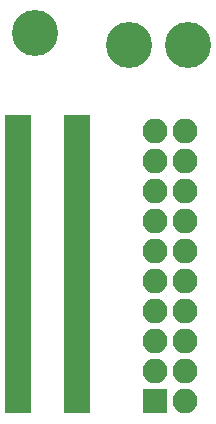
<source format=gbr>
G04 #@! TF.FileFunction,Soldermask,Top*
%FSLAX46Y46*%
G04 Gerber Fmt 4.6, Leading zero omitted, Abs format (unit mm)*
G04 Created by KiCad (PCBNEW 4.0.6) date 06/16/19 22:16:32*
%MOMM*%
%LPD*%
G01*
G04 APERTURE LIST*
%ADD10C,0.100000*%
%ADD11R,2.200000X0.640000*%
%ADD12C,3.900000*%
%ADD13R,2.100000X2.100000*%
%ADD14O,2.100000X2.100000*%
G04 APERTURE END LIST*
D10*
D11*
X170250000Y-117550000D03*
X175250000Y-117550000D03*
X170250000Y-117050000D03*
X175250000Y-117050000D03*
X170250000Y-116550000D03*
X175250000Y-116550000D03*
X170250000Y-116050000D03*
X175250000Y-116050000D03*
X170250000Y-115550000D03*
X175250000Y-115550000D03*
X170250000Y-115050000D03*
X175250000Y-115050000D03*
X170250000Y-114550000D03*
X175250000Y-114550000D03*
X170250000Y-114050000D03*
X175250000Y-114050000D03*
X170250000Y-113550000D03*
X175250000Y-113550000D03*
X170250000Y-113050000D03*
X175250000Y-113050000D03*
X170250000Y-112550000D03*
X175250000Y-112550000D03*
X170250000Y-112050000D03*
X175250000Y-112050000D03*
X170250000Y-111550000D03*
X175250000Y-111550000D03*
X170250000Y-111050000D03*
X175250000Y-111050000D03*
X170250000Y-110550000D03*
X175250000Y-110550000D03*
X170250000Y-110050000D03*
X175250000Y-110050000D03*
X170250000Y-109550000D03*
X175250000Y-109550000D03*
X170250000Y-109050000D03*
X175250000Y-109050000D03*
X170250000Y-108550000D03*
X175250000Y-108550000D03*
X170250000Y-108050000D03*
X175250000Y-108050000D03*
X170250000Y-107550000D03*
X175250000Y-107550000D03*
X170250000Y-107050000D03*
X175250000Y-107050000D03*
X170250000Y-106550000D03*
X175250000Y-106550000D03*
X170250000Y-106050000D03*
X175250000Y-106050000D03*
X170250000Y-105550000D03*
X175250000Y-105550000D03*
X170250000Y-105050000D03*
X175250000Y-105050000D03*
X170250000Y-104550000D03*
X175250000Y-104550000D03*
X170250000Y-104050000D03*
X175250000Y-104050000D03*
X170250000Y-103550000D03*
X175250000Y-103550000D03*
X170250000Y-103050000D03*
X175250000Y-103050000D03*
X170250000Y-102550000D03*
X175250000Y-102550000D03*
X170250000Y-102050000D03*
X175250000Y-102050000D03*
X170250000Y-101550000D03*
X175250000Y-101550000D03*
X170250000Y-101050000D03*
X175250000Y-101050000D03*
X170250000Y-100550000D03*
X175250000Y-100550000D03*
X170250000Y-100050000D03*
X175250000Y-100050000D03*
X170250000Y-99550000D03*
X175250000Y-99550000D03*
X170250000Y-99050000D03*
X175250000Y-99050000D03*
X170250000Y-98550000D03*
X175250000Y-98550000D03*
X170250000Y-98050000D03*
X175250000Y-98050000D03*
X170250000Y-97550000D03*
X175250000Y-97550000D03*
X170250000Y-97050000D03*
X175250000Y-97050000D03*
X170250000Y-96550000D03*
X175250000Y-96550000D03*
X170250000Y-96050000D03*
X175250000Y-96050000D03*
X170250000Y-95550000D03*
X175250000Y-95550000D03*
X170250000Y-95050000D03*
X175250000Y-95050000D03*
X170250000Y-94550000D03*
X175250000Y-94550000D03*
X170250000Y-94050000D03*
X175250000Y-94050000D03*
X170250000Y-93550000D03*
X175250000Y-93550000D03*
X170250000Y-93050000D03*
X175250000Y-93050000D03*
D12*
X184600000Y-86800000D03*
X179600000Y-86800000D03*
D13*
X181860000Y-116950000D03*
D14*
X184400000Y-116950000D03*
X181860000Y-114410000D03*
X184400000Y-114410000D03*
X181860000Y-111870000D03*
X184400000Y-111870000D03*
X181860000Y-109330000D03*
X184400000Y-109330000D03*
X181860000Y-106790000D03*
X184400000Y-106790000D03*
X181860000Y-104250000D03*
X184400000Y-104250000D03*
X181860000Y-101710000D03*
X184400000Y-101710000D03*
X181860000Y-99170000D03*
X184400000Y-99170000D03*
X181860000Y-96630000D03*
X184400000Y-96630000D03*
X181860000Y-94090000D03*
X184400000Y-94090000D03*
D12*
X171700000Y-85750000D03*
M02*

</source>
